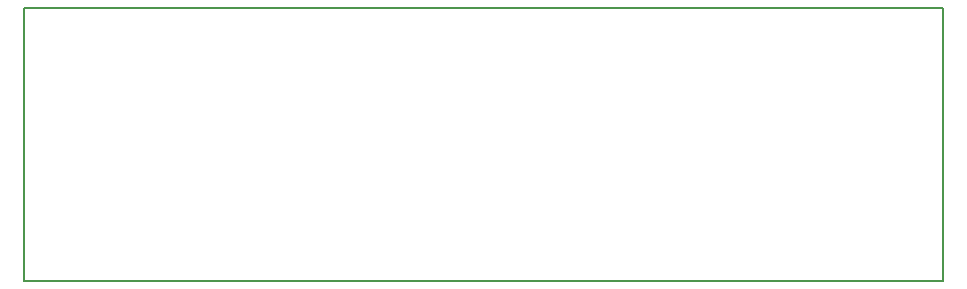
<source format=gbo>
G04 MADE WITH FRITZING*
G04 WWW.FRITZING.ORG*
G04 DOUBLE SIDED*
G04 HOLES PLATED*
G04 CONTOUR ON CENTER OF CONTOUR VECTOR*
%ASAXBY*%
%FSLAX23Y23*%
%MOIN*%
%OFA0B0*%
%SFA1.0B1.0*%
%ADD10R,3.071560X0.916642X3.055560X0.900642*%
%ADD11C,0.008000*%
%LNSILK0*%
G90*
G70*
G54D11*
X4Y913D02*
X3068Y913D01*
X3068Y4D01*
X4Y4D01*
X4Y913D01*
D02*
G04 End of Silk0*
M02*
</source>
